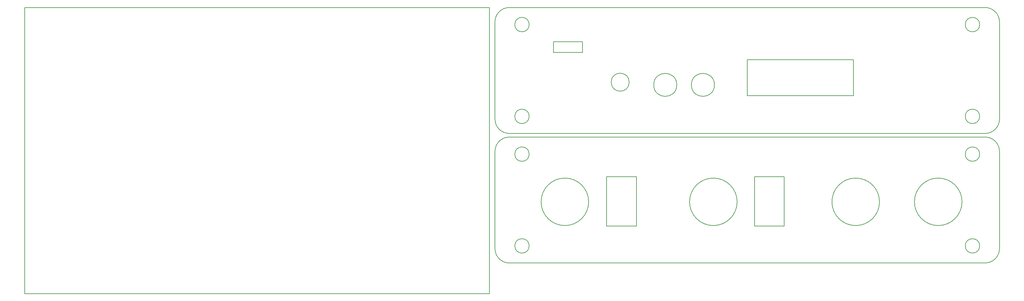
<source format=gm1>
G04 #@! TF.GenerationSoftware,KiCad,Pcbnew,5.0.2-bee76a0~70~ubuntu18.04.1*
G04 #@! TF.CreationDate,2019-03-24T20:45:15+02:00*
G04 #@! TF.ProjectId,stimjim,7374696d-6a69-46d2-9e6b-696361645f70,rev?*
G04 #@! TF.SameCoordinates,Original*
G04 #@! TF.FileFunction,Profile,NP*
%FSLAX46Y46*%
G04 Gerber Fmt 4.6, Leading zero omitted, Abs format (unit mm)*
G04 Created by KiCad (PCBNEW 5.0.2-bee76a0~70~ubuntu18.04.1) date Sun Mar 24 20:45:15 2019*
%MOMM*%
%LPD*%
G01*
G04 APERTURE LIST*
%ADD10C,0.150000*%
%ADD11C,0.200000*%
G04 APERTURE END LIST*
D10*
X284500000Y-125000000D02*
G75*
G02X280500000Y-129000000I-4000000J0D01*
G01*
X280500000Y-94000000D02*
G75*
G02X284500000Y-98000000I0J-4000000D01*
G01*
X144500000Y-98000000D02*
G75*
G02X148500000Y-94000000I4000000J0D01*
G01*
X144500000Y-125000000D02*
X144500000Y-98000000D01*
X148500000Y-94000000D02*
X280500000Y-94000000D01*
X280500000Y-129000000D02*
X148500000Y-129000000D01*
X284500000Y-98000000D02*
X284500000Y-125000000D01*
X148500000Y-129000000D02*
G75*
G02X144500000Y-125000000I0J4000000D01*
G01*
X280500000Y-58000000D02*
G75*
G02X284500000Y-62000000I0J-4000000D01*
G01*
X284500000Y-89000000D02*
G75*
G02X280500000Y-93000000I-4000000J0D01*
G01*
X148500000Y-93000000D02*
G75*
G02X144500000Y-89000000I0J4000000D01*
G01*
X144500000Y-62000000D02*
G75*
G02X148500000Y-58000000I4000000J0D01*
G01*
X14000000Y-58000000D02*
X14000000Y-137500000D01*
X143000000Y-58000000D02*
X14000000Y-58000000D01*
X143000000Y-137500000D02*
X143000000Y-58000000D01*
X14000000Y-137500000D02*
X143000000Y-137500000D01*
D11*
X181750000Y-78750000D02*
G75*
G03X181750000Y-78750000I-2500000J0D01*
G01*
X214500000Y-72500000D02*
X244000000Y-72500000D01*
X244000000Y-82500000D02*
X214500000Y-82500000D01*
X214500000Y-82500000D02*
X214500000Y-72500000D01*
X244000000Y-72500000D02*
X244000000Y-82500000D01*
X205400000Y-79500000D02*
G75*
G03X205400000Y-79500000I-3200000J0D01*
G01*
X194950000Y-79500000D02*
G75*
G03X194950000Y-79500000I-3200000J0D01*
G01*
X160750000Y-67500000D02*
X168750000Y-67500000D01*
X168750000Y-70500000D02*
X168750000Y-67500000D01*
X160750000Y-70500000D02*
X168750000Y-70500000D01*
X160750000Y-67500000D02*
X160750000Y-70500000D01*
X279000000Y-124250000D02*
G75*
G03X279000000Y-124250000I-2000000J0D01*
G01*
X224750000Y-118750000D02*
X216500000Y-118750000D01*
X211700000Y-112000000D02*
G75*
G03X211700000Y-112000000I-6600000J0D01*
G01*
X175500000Y-105000000D02*
X183750000Y-105000000D01*
X224750000Y-105000000D02*
X224750000Y-118750000D01*
X154000000Y-98750000D02*
G75*
G03X154000000Y-98750000I-2000000J0D01*
G01*
X251200000Y-112000000D02*
G75*
G03X251200000Y-112000000I-6600000J0D01*
G01*
X274100000Y-112000000D02*
G75*
G03X274100000Y-112000000I-6600000J0D01*
G01*
X183750000Y-118750000D02*
X175500000Y-118750000D01*
X216500000Y-105000000D02*
X224750000Y-105000000D01*
X183750000Y-105000000D02*
X183750000Y-118750000D01*
X279000000Y-98750000D02*
G75*
G03X279000000Y-98750000I-2000000J0D01*
G01*
X175500000Y-118750000D02*
X175500000Y-105000000D01*
X216500000Y-118750000D02*
X216500000Y-105000000D01*
X154000000Y-124250000D02*
G75*
G03X154000000Y-124250000I-2000000J0D01*
G01*
X170500000Y-112000000D02*
G75*
G03X170500000Y-112000000I-6600000J0D01*
G01*
X279000000Y-62750000D02*
G75*
G03X279000000Y-62750000I-2000000J0D01*
G01*
X279000000Y-88250000D02*
G75*
G03X279000000Y-88250000I-2000000J0D01*
G01*
X154000000Y-88250000D02*
G75*
G03X154000000Y-88250000I-2000000J0D01*
G01*
X154000000Y-62750000D02*
G75*
G03X154000000Y-62750000I-2000000J0D01*
G01*
D10*
X284500000Y-62000000D02*
X284500000Y-89000000D01*
X280500000Y-93000000D02*
X148500000Y-93000000D01*
X148500000Y-58000000D02*
X280500000Y-58000000D01*
X144500000Y-89000000D02*
X144500000Y-62000000D01*
M02*

</source>
